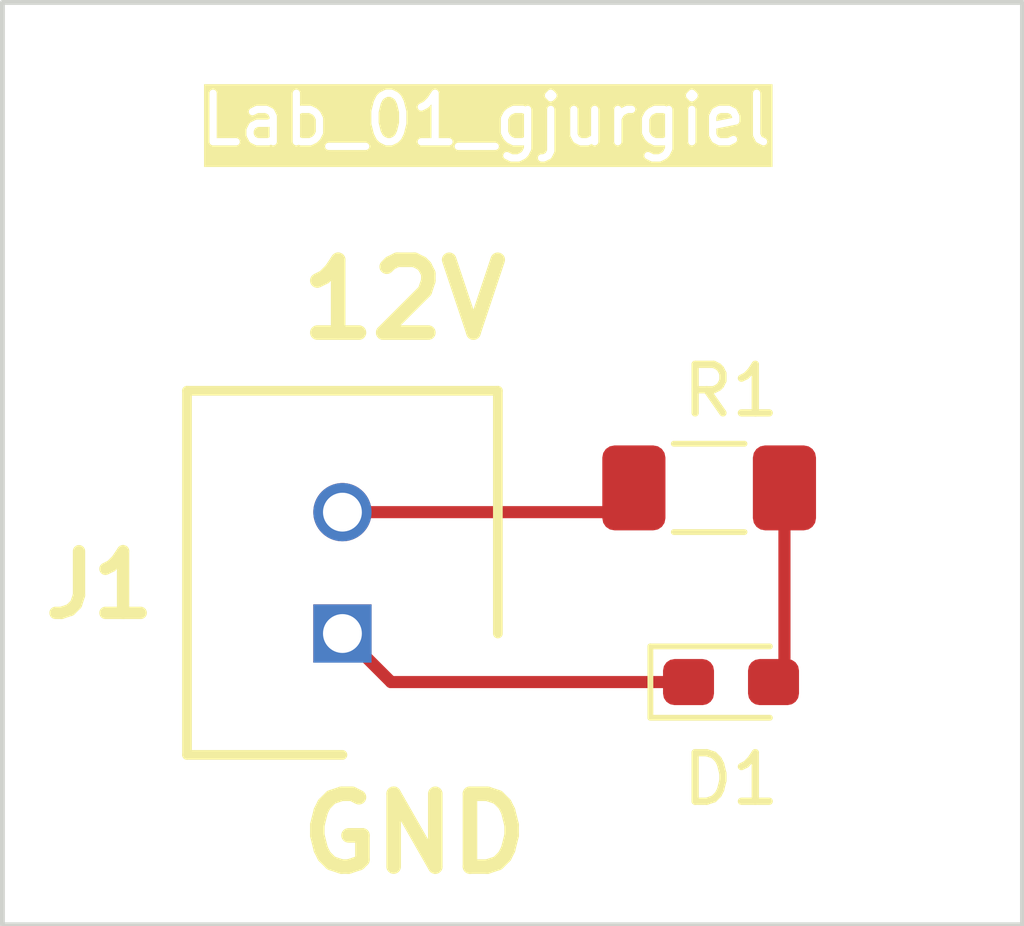
<source format=kicad_pcb>
(kicad_pcb (version 20221018) (generator pcbnew)
  (title_block (company "Winnie Szeto | github.com/wszeto9 | sites.google.com/view/winnies-renders"))
  (layers (0 "F.Cu" signal) (31 "B.Cu" signal) (34 "B.Paste" user) (35 "F.Paste" user) (36 "B.SilkS" user "B.Silkscreen") (37 "F.SilkS" user "F.Silkscreen") (38 "B.Mask" user) (39 "F.Mask" user) (44 "Edge.Cuts" user))
  (net 0 "")
  (net 1 "GND")
  (net 2 "Net-(D1-A)")
  (net 3 "+12V")
  (footprint "Resistor_SMD:R_1206_3216Metric_Pad1.30x1.75mm_HandSolder" (layer "F.Cu") (at 134.55 88 180)
    (fp_text reference "R1" (at -0.45 2) (layer "F.SilkS"))
    (fp_text value "560R")
    (fp_line (start -0.727064 -0.91) (end 0.727064 -0.91) (stroke (width 0.12)) (layer "F.SilkS"))
    (fp_line (start -0.727064 0.91) (end 0.727064 0.91) (stroke (width 0.12)) (layer "F.SilkS"))
    (pad "1" smd roundrect (at -1.55 0 180) (size 1.3 1.75) (layers "F.Cu" "F.Paste" "F.Mask") (roundrect_rratio 0.192308) (net 2 "Net-(D1-A)"))
    (pad "2" smd roundrect (at 1.55 0 180) (size 1.3 1.75) (layers "F.Cu" "F.Paste" "F.Mask") (roundrect_rratio 0.192308) (net 3 "+12V"))
  )
  (footprint "Lab_01_gjurgiel:B02B-XASK-1(LF)(SN)" (layer "F.Cu") (at 127 91 90)
    (fp_text reference "J1" (at 1 -5 180) (layer "F.SilkS") (effects (font (size 1.27 1.27) (thickness 0.254))))
    (fp_text value "B02B-XASK-1_LF__SN_" hide)
    (fp_line (start -2.5 -3.2) (end -2.5 0) (stroke (width 0.2)) (layer "F.SilkS"))
    (fp_line (start 0 3.2) (end 5 3.2) (stroke (width 0.2)) (layer "F.SilkS"))
    (fp_line (start 5 -3.2) (end -2.5 -3.2) (stroke (width 0.2)) (layer "F.SilkS"))
    (fp_line (start 5 3.2) (end 5 -3.2) (stroke (width 0.2)) (layer "F.SilkS"))
    (pad "1" thru_hole rect (at 0 0 90) (size 1.2 1.2) (drill 0.8) (layers "*.Cu" "*.Mask") (net 1 "GND"))
    (pad "2" thru_hole circle (at 2.5 0 90) (size 1.2 1.2) (drill 0.8) (layers "*.Cu" "*.Mask") (net 3 "+12V"))
  )
  (footprint "LED_SMD:LED_0603_1608Metric_Pad1.05x0.95mm_HandSolder" (layer "F.Cu") (at 135 92)
    (fp_text reference "D1" (at 0 2) (layer "F.SilkS"))
    (fp_text value "LED_GREEN")
    (fp_line (start -1.66 -0.735) (end -1.66 0.735) (stroke (width 0.12)) (layer "F.SilkS"))
    (fp_line (start -1.66 0.735) (end 0.8 0.735) (stroke (width 0.12)) (layer "F.SilkS"))
    (fp_line (start 0.8 -0.735) (end -1.66 -0.735) (stroke (width 0.12)) (layer "F.SilkS"))
    (pad "1" smd roundrect (at -0.875 0) (size 1.05 0.95) (layers "F.Cu" "F.Paste" "F.Mask") (net 1 "GND"))
    (pad "2" smd roundrect (at 0.875 0) (size 1.05 0.95) (layers "F.Cu" "F.Paste" "F.Mask") (net 2 "Net-(D1-A)"))
  )
  (gr_rect (start 120 78) (end 141 97) (stroke (width 0.1)) (fill none) (layer "Edge.Cuts"))
  (gr_text "GND" (at 126 96) (layer "F.SilkS") (effects (font (size 1.5 1.5) (thickness 0.3) bold) (justify left bottom)))
  (gr_text "Lab_01_gjurgiel" (at 124 81) (layer "F.SilkS" knockout) (effects (font (size 1 1)) (justify left bottom)))
  (gr_text "12V" (at 126 85) (layer "F.SilkS") (effects (font (size 1.5 1.5) (thickness 0.3) bold) (justify left bottom)))
  (segment (start 128 92) (end 127 91) (width 0.25) (layer "F.Cu") (net 1))
  (segment (start 134.125 92) (end 128 92) (width 0.25) (layer "F.Cu") (net 1))
  (segment (start 136.1 88) (end 136.1 91.775) (width 0.25) (layer "F.Cu") (net 2))
  (segment (start 136.1 91.775) (end 135.875 92) (width 0.25) (layer "F.Cu") (net 2))
  (segment (start 132.5 88.5) (end 133 88) (width 0.25) (layer "F.Cu") (net 3))
  (segment (start 127 88.5) (end 132.5 88.5) (width 0.25) (layer "F.Cu") (net 3))
)
</source>
